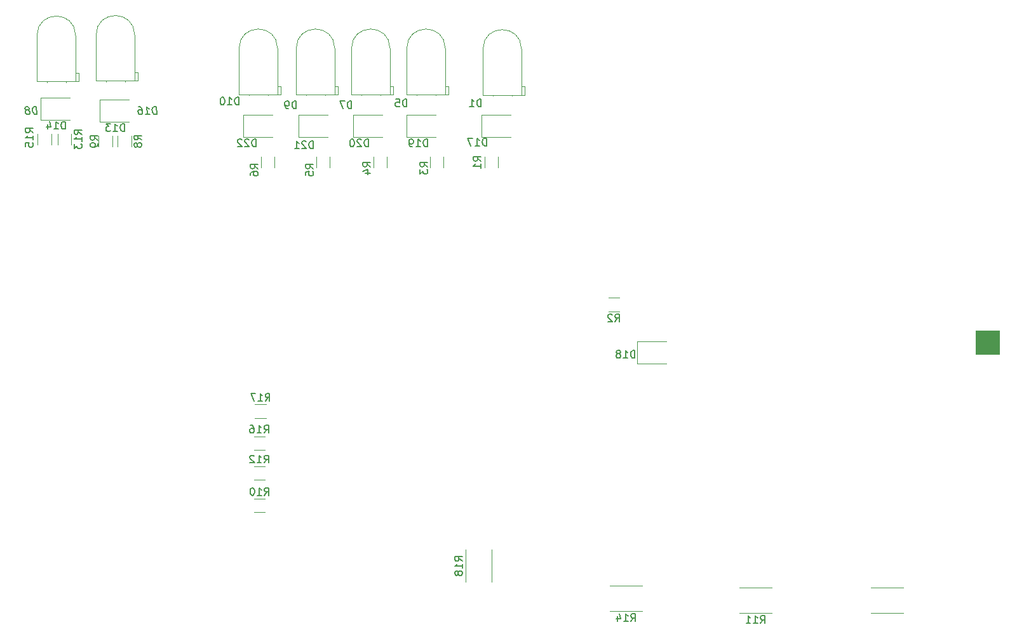
<source format=gbr>
%TF.GenerationSoftware,KiCad,Pcbnew,7.0.2*%
%TF.CreationDate,2024-03-07T12:51:37+05:30*%
%TF.ProjectId,helix2403,68656c69-7832-4343-9033-2e6b69636164,rev?*%
%TF.SameCoordinates,Original*%
%TF.FileFunction,Legend,Bot*%
%TF.FilePolarity,Positive*%
%FSLAX46Y46*%
G04 Gerber Fmt 4.6, Leading zero omitted, Abs format (unit mm)*
G04 Created by KiCad (PCBNEW 7.0.2) date 2024-03-07 12:51:37*
%MOMM*%
%LPD*%
G01*
G04 APERTURE LIST*
%ADD10C,0.150000*%
%ADD11C,0.120000*%
%ADD12R,3.200000X3.200000*%
G04 APERTURE END LIST*
D10*
%TO.C,R13*%
X79260819Y-51121742D02*
X78784628Y-50788409D01*
X79260819Y-50550314D02*
X78260819Y-50550314D01*
X78260819Y-50550314D02*
X78260819Y-50931266D01*
X78260819Y-50931266D02*
X78308438Y-51026504D01*
X78308438Y-51026504D02*
X78356057Y-51074123D01*
X78356057Y-51074123D02*
X78451295Y-51121742D01*
X78451295Y-51121742D02*
X78594152Y-51121742D01*
X78594152Y-51121742D02*
X78689390Y-51074123D01*
X78689390Y-51074123D02*
X78737009Y-51026504D01*
X78737009Y-51026504D02*
X78784628Y-50931266D01*
X78784628Y-50931266D02*
X78784628Y-50550314D01*
X79260819Y-52074123D02*
X79260819Y-51502695D01*
X79260819Y-51788409D02*
X78260819Y-51788409D01*
X78260819Y-51788409D02*
X78403676Y-51693171D01*
X78403676Y-51693171D02*
X78498914Y-51597933D01*
X78498914Y-51597933D02*
X78546533Y-51502695D01*
X78260819Y-52407457D02*
X78260819Y-53026504D01*
X78260819Y-53026504D02*
X78641771Y-52693171D01*
X78641771Y-52693171D02*
X78641771Y-52836028D01*
X78641771Y-52836028D02*
X78689390Y-52931266D01*
X78689390Y-52931266D02*
X78737009Y-52978885D01*
X78737009Y-52978885D02*
X78832247Y-53026504D01*
X78832247Y-53026504D02*
X79070342Y-53026504D01*
X79070342Y-53026504D02*
X79165580Y-52978885D01*
X79165580Y-52978885D02*
X79213200Y-52931266D01*
X79213200Y-52931266D02*
X79260819Y-52836028D01*
X79260819Y-52836028D02*
X79260819Y-52550314D01*
X79260819Y-52550314D02*
X79213200Y-52455076D01*
X79213200Y-52455076D02*
X79165580Y-52407457D01*
%TO.C,R15*%
X72792619Y-50919142D02*
X72316428Y-50585809D01*
X72792619Y-50347714D02*
X71792619Y-50347714D01*
X71792619Y-50347714D02*
X71792619Y-50728666D01*
X71792619Y-50728666D02*
X71840238Y-50823904D01*
X71840238Y-50823904D02*
X71887857Y-50871523D01*
X71887857Y-50871523D02*
X71983095Y-50919142D01*
X71983095Y-50919142D02*
X72125952Y-50919142D01*
X72125952Y-50919142D02*
X72221190Y-50871523D01*
X72221190Y-50871523D02*
X72268809Y-50823904D01*
X72268809Y-50823904D02*
X72316428Y-50728666D01*
X72316428Y-50728666D02*
X72316428Y-50347714D01*
X72792619Y-51871523D02*
X72792619Y-51300095D01*
X72792619Y-51585809D02*
X71792619Y-51585809D01*
X71792619Y-51585809D02*
X71935476Y-51490571D01*
X71935476Y-51490571D02*
X72030714Y-51395333D01*
X72030714Y-51395333D02*
X72078333Y-51300095D01*
X71792619Y-52776285D02*
X71792619Y-52300095D01*
X71792619Y-52300095D02*
X72268809Y-52252476D01*
X72268809Y-52252476D02*
X72221190Y-52300095D01*
X72221190Y-52300095D02*
X72173571Y-52395333D01*
X72173571Y-52395333D02*
X72173571Y-52633428D01*
X72173571Y-52633428D02*
X72221190Y-52728666D01*
X72221190Y-52728666D02*
X72268809Y-52776285D01*
X72268809Y-52776285D02*
X72364047Y-52823904D01*
X72364047Y-52823904D02*
X72602142Y-52823904D01*
X72602142Y-52823904D02*
X72697380Y-52776285D01*
X72697380Y-52776285D02*
X72745000Y-52728666D01*
X72745000Y-52728666D02*
X72792619Y-52633428D01*
X72792619Y-52633428D02*
X72792619Y-52395333D01*
X72792619Y-52395333D02*
X72745000Y-52300095D01*
X72745000Y-52300095D02*
X72697380Y-52252476D01*
%TO.C,D5*%
X122598094Y-47452619D02*
X122598094Y-46452619D01*
X122598094Y-46452619D02*
X122359999Y-46452619D01*
X122359999Y-46452619D02*
X122217142Y-46500238D01*
X122217142Y-46500238D02*
X122121904Y-46595476D01*
X122121904Y-46595476D02*
X122074285Y-46690714D01*
X122074285Y-46690714D02*
X122026666Y-46881190D01*
X122026666Y-46881190D02*
X122026666Y-47024047D01*
X122026666Y-47024047D02*
X122074285Y-47214523D01*
X122074285Y-47214523D02*
X122121904Y-47309761D01*
X122121904Y-47309761D02*
X122217142Y-47405000D01*
X122217142Y-47405000D02*
X122359999Y-47452619D01*
X122359999Y-47452619D02*
X122598094Y-47452619D01*
X121121904Y-46452619D02*
X121598094Y-46452619D01*
X121598094Y-46452619D02*
X121645713Y-46928809D01*
X121645713Y-46928809D02*
X121598094Y-46881190D01*
X121598094Y-46881190D02*
X121502856Y-46833571D01*
X121502856Y-46833571D02*
X121264761Y-46833571D01*
X121264761Y-46833571D02*
X121169523Y-46881190D01*
X121169523Y-46881190D02*
X121121904Y-46928809D01*
X121121904Y-46928809D02*
X121074285Y-47024047D01*
X121074285Y-47024047D02*
X121074285Y-47262142D01*
X121074285Y-47262142D02*
X121121904Y-47357380D01*
X121121904Y-47357380D02*
X121169523Y-47405000D01*
X121169523Y-47405000D02*
X121264761Y-47452619D01*
X121264761Y-47452619D02*
X121502856Y-47452619D01*
X121502856Y-47452619D02*
X121598094Y-47405000D01*
X121598094Y-47405000D02*
X121645713Y-47357380D01*
%TO.C,D19*%
X125360285Y-52786619D02*
X125360285Y-51786619D01*
X125360285Y-51786619D02*
X125122190Y-51786619D01*
X125122190Y-51786619D02*
X124979333Y-51834238D01*
X124979333Y-51834238D02*
X124884095Y-51929476D01*
X124884095Y-51929476D02*
X124836476Y-52024714D01*
X124836476Y-52024714D02*
X124788857Y-52215190D01*
X124788857Y-52215190D02*
X124788857Y-52358047D01*
X124788857Y-52358047D02*
X124836476Y-52548523D01*
X124836476Y-52548523D02*
X124884095Y-52643761D01*
X124884095Y-52643761D02*
X124979333Y-52739000D01*
X124979333Y-52739000D02*
X125122190Y-52786619D01*
X125122190Y-52786619D02*
X125360285Y-52786619D01*
X123836476Y-52786619D02*
X124407904Y-52786619D01*
X124122190Y-52786619D02*
X124122190Y-51786619D01*
X124122190Y-51786619D02*
X124217428Y-51929476D01*
X124217428Y-51929476D02*
X124312666Y-52024714D01*
X124312666Y-52024714D02*
X124407904Y-52072333D01*
X123360285Y-52786619D02*
X123169809Y-52786619D01*
X123169809Y-52786619D02*
X123074571Y-52739000D01*
X123074571Y-52739000D02*
X123026952Y-52691380D01*
X123026952Y-52691380D02*
X122931714Y-52548523D01*
X122931714Y-52548523D02*
X122884095Y-52358047D01*
X122884095Y-52358047D02*
X122884095Y-51977095D01*
X122884095Y-51977095D02*
X122931714Y-51881857D01*
X122931714Y-51881857D02*
X122979333Y-51834238D01*
X122979333Y-51834238D02*
X123074571Y-51786619D01*
X123074571Y-51786619D02*
X123265047Y-51786619D01*
X123265047Y-51786619D02*
X123360285Y-51834238D01*
X123360285Y-51834238D02*
X123407904Y-51881857D01*
X123407904Y-51881857D02*
X123455523Y-51977095D01*
X123455523Y-51977095D02*
X123455523Y-52215190D01*
X123455523Y-52215190D02*
X123407904Y-52310428D01*
X123407904Y-52310428D02*
X123360285Y-52358047D01*
X123360285Y-52358047D02*
X123265047Y-52405666D01*
X123265047Y-52405666D02*
X123074571Y-52405666D01*
X123074571Y-52405666D02*
X122979333Y-52358047D01*
X122979333Y-52358047D02*
X122931714Y-52310428D01*
X122931714Y-52310428D02*
X122884095Y-52215190D01*
%TO.C,R5*%
X110130619Y-55713333D02*
X109654428Y-55380000D01*
X110130619Y-55141905D02*
X109130619Y-55141905D01*
X109130619Y-55141905D02*
X109130619Y-55522857D01*
X109130619Y-55522857D02*
X109178238Y-55618095D01*
X109178238Y-55618095D02*
X109225857Y-55665714D01*
X109225857Y-55665714D02*
X109321095Y-55713333D01*
X109321095Y-55713333D02*
X109463952Y-55713333D01*
X109463952Y-55713333D02*
X109559190Y-55665714D01*
X109559190Y-55665714D02*
X109606809Y-55618095D01*
X109606809Y-55618095D02*
X109654428Y-55522857D01*
X109654428Y-55522857D02*
X109654428Y-55141905D01*
X109130619Y-56618095D02*
X109130619Y-56141905D01*
X109130619Y-56141905D02*
X109606809Y-56094286D01*
X109606809Y-56094286D02*
X109559190Y-56141905D01*
X109559190Y-56141905D02*
X109511571Y-56237143D01*
X109511571Y-56237143D02*
X109511571Y-56475238D01*
X109511571Y-56475238D02*
X109559190Y-56570476D01*
X109559190Y-56570476D02*
X109606809Y-56618095D01*
X109606809Y-56618095D02*
X109702047Y-56665714D01*
X109702047Y-56665714D02*
X109940142Y-56665714D01*
X109940142Y-56665714D02*
X110035380Y-56618095D01*
X110035380Y-56618095D02*
X110083000Y-56570476D01*
X110083000Y-56570476D02*
X110130619Y-56475238D01*
X110130619Y-56475238D02*
X110130619Y-56237143D01*
X110130619Y-56237143D02*
X110083000Y-56141905D01*
X110083000Y-56141905D02*
X110035380Y-56094286D01*
%TO.C,D20*%
X117486285Y-52786619D02*
X117486285Y-51786619D01*
X117486285Y-51786619D02*
X117248190Y-51786619D01*
X117248190Y-51786619D02*
X117105333Y-51834238D01*
X117105333Y-51834238D02*
X117010095Y-51929476D01*
X117010095Y-51929476D02*
X116962476Y-52024714D01*
X116962476Y-52024714D02*
X116914857Y-52215190D01*
X116914857Y-52215190D02*
X116914857Y-52358047D01*
X116914857Y-52358047D02*
X116962476Y-52548523D01*
X116962476Y-52548523D02*
X117010095Y-52643761D01*
X117010095Y-52643761D02*
X117105333Y-52739000D01*
X117105333Y-52739000D02*
X117248190Y-52786619D01*
X117248190Y-52786619D02*
X117486285Y-52786619D01*
X116533904Y-51881857D02*
X116486285Y-51834238D01*
X116486285Y-51834238D02*
X116391047Y-51786619D01*
X116391047Y-51786619D02*
X116152952Y-51786619D01*
X116152952Y-51786619D02*
X116057714Y-51834238D01*
X116057714Y-51834238D02*
X116010095Y-51881857D01*
X116010095Y-51881857D02*
X115962476Y-51977095D01*
X115962476Y-51977095D02*
X115962476Y-52072333D01*
X115962476Y-52072333D02*
X116010095Y-52215190D01*
X116010095Y-52215190D02*
X116581523Y-52786619D01*
X116581523Y-52786619D02*
X115962476Y-52786619D01*
X115343428Y-51786619D02*
X115248190Y-51786619D01*
X115248190Y-51786619D02*
X115152952Y-51834238D01*
X115152952Y-51834238D02*
X115105333Y-51881857D01*
X115105333Y-51881857D02*
X115057714Y-51977095D01*
X115057714Y-51977095D02*
X115010095Y-52167571D01*
X115010095Y-52167571D02*
X115010095Y-52405666D01*
X115010095Y-52405666D02*
X115057714Y-52596142D01*
X115057714Y-52596142D02*
X115105333Y-52691380D01*
X115105333Y-52691380D02*
X115152952Y-52739000D01*
X115152952Y-52739000D02*
X115248190Y-52786619D01*
X115248190Y-52786619D02*
X115343428Y-52786619D01*
X115343428Y-52786619D02*
X115438666Y-52739000D01*
X115438666Y-52739000D02*
X115486285Y-52691380D01*
X115486285Y-52691380D02*
X115533904Y-52596142D01*
X115533904Y-52596142D02*
X115581523Y-52405666D01*
X115581523Y-52405666D02*
X115581523Y-52167571D01*
X115581523Y-52167571D02*
X115533904Y-51977095D01*
X115533904Y-51977095D02*
X115486285Y-51881857D01*
X115486285Y-51881857D02*
X115438666Y-51834238D01*
X115438666Y-51834238D02*
X115343428Y-51786619D01*
%TO.C,D8*%
X73322095Y-48468619D02*
X73197095Y-47468619D01*
X73197095Y-47468619D02*
X72958999Y-47468619D01*
X72958999Y-47468619D02*
X72822095Y-47516238D01*
X72822095Y-47516238D02*
X72738761Y-47611476D01*
X72738761Y-47611476D02*
X72703047Y-47706714D01*
X72703047Y-47706714D02*
X72679238Y-47897190D01*
X72679238Y-47897190D02*
X72697095Y-48040047D01*
X72697095Y-48040047D02*
X72768523Y-48230523D01*
X72768523Y-48230523D02*
X72828047Y-48325761D01*
X72828047Y-48325761D02*
X72935190Y-48421000D01*
X72935190Y-48421000D02*
X73083999Y-48468619D01*
X73083999Y-48468619D02*
X73322095Y-48468619D01*
X72113761Y-47897190D02*
X72203047Y-47849571D01*
X72203047Y-47849571D02*
X72244713Y-47801952D01*
X72244713Y-47801952D02*
X72280428Y-47706714D01*
X72280428Y-47706714D02*
X72274475Y-47659095D01*
X72274475Y-47659095D02*
X72214951Y-47563857D01*
X72214951Y-47563857D02*
X72161380Y-47516238D01*
X72161380Y-47516238D02*
X72060190Y-47468619D01*
X72060190Y-47468619D02*
X71869713Y-47468619D01*
X71869713Y-47468619D02*
X71780428Y-47516238D01*
X71780428Y-47516238D02*
X71738761Y-47563857D01*
X71738761Y-47563857D02*
X71703047Y-47659095D01*
X71703047Y-47659095D02*
X71708999Y-47706714D01*
X71708999Y-47706714D02*
X71768523Y-47801952D01*
X71768523Y-47801952D02*
X71822094Y-47849571D01*
X71822094Y-47849571D02*
X71923285Y-47897190D01*
X71923285Y-47897190D02*
X72113761Y-47897190D01*
X72113761Y-47897190D02*
X72214951Y-47944809D01*
X72214951Y-47944809D02*
X72268523Y-47992428D01*
X72268523Y-47992428D02*
X72328047Y-48087666D01*
X72328047Y-48087666D02*
X72351856Y-48278142D01*
X72351856Y-48278142D02*
X72316142Y-48373380D01*
X72316142Y-48373380D02*
X72274475Y-48421000D01*
X72274475Y-48421000D02*
X72185190Y-48468619D01*
X72185190Y-48468619D02*
X71994713Y-48468619D01*
X71994713Y-48468619D02*
X71893523Y-48421000D01*
X71893523Y-48421000D02*
X71839951Y-48373380D01*
X71839951Y-48373380D02*
X71780428Y-48278142D01*
X71780428Y-48278142D02*
X71756618Y-48087666D01*
X71756618Y-48087666D02*
X71792332Y-47992428D01*
X71792332Y-47992428D02*
X71833999Y-47944809D01*
X71833999Y-47944809D02*
X71923285Y-47897190D01*
%TO.C,D10*%
X100214285Y-47198619D02*
X100214285Y-46198619D01*
X100214285Y-46198619D02*
X99976190Y-46198619D01*
X99976190Y-46198619D02*
X99833333Y-46246238D01*
X99833333Y-46246238D02*
X99738095Y-46341476D01*
X99738095Y-46341476D02*
X99690476Y-46436714D01*
X99690476Y-46436714D02*
X99642857Y-46627190D01*
X99642857Y-46627190D02*
X99642857Y-46770047D01*
X99642857Y-46770047D02*
X99690476Y-46960523D01*
X99690476Y-46960523D02*
X99738095Y-47055761D01*
X99738095Y-47055761D02*
X99833333Y-47151000D01*
X99833333Y-47151000D02*
X99976190Y-47198619D01*
X99976190Y-47198619D02*
X100214285Y-47198619D01*
X98690476Y-47198619D02*
X99261904Y-47198619D01*
X98976190Y-47198619D02*
X98976190Y-46198619D01*
X98976190Y-46198619D02*
X99071428Y-46341476D01*
X99071428Y-46341476D02*
X99166666Y-46436714D01*
X99166666Y-46436714D02*
X99261904Y-46484333D01*
X98071428Y-46198619D02*
X97976190Y-46198619D01*
X97976190Y-46198619D02*
X97880952Y-46246238D01*
X97880952Y-46246238D02*
X97833333Y-46293857D01*
X97833333Y-46293857D02*
X97785714Y-46389095D01*
X97785714Y-46389095D02*
X97738095Y-46579571D01*
X97738095Y-46579571D02*
X97738095Y-46817666D01*
X97738095Y-46817666D02*
X97785714Y-47008142D01*
X97785714Y-47008142D02*
X97833333Y-47103380D01*
X97833333Y-47103380D02*
X97880952Y-47151000D01*
X97880952Y-47151000D02*
X97976190Y-47198619D01*
X97976190Y-47198619D02*
X98071428Y-47198619D01*
X98071428Y-47198619D02*
X98166666Y-47151000D01*
X98166666Y-47151000D02*
X98214285Y-47103380D01*
X98214285Y-47103380D02*
X98261904Y-47008142D01*
X98261904Y-47008142D02*
X98309523Y-46817666D01*
X98309523Y-46817666D02*
X98309523Y-46579571D01*
X98309523Y-46579571D02*
X98261904Y-46389095D01*
X98261904Y-46389095D02*
X98214285Y-46293857D01*
X98214285Y-46293857D02*
X98166666Y-46246238D01*
X98166666Y-46246238D02*
X98071428Y-46198619D01*
%TO.C,D1*%
X132504094Y-47452619D02*
X132504094Y-46452619D01*
X132504094Y-46452619D02*
X132265999Y-46452619D01*
X132265999Y-46452619D02*
X132123142Y-46500238D01*
X132123142Y-46500238D02*
X132027904Y-46595476D01*
X132027904Y-46595476D02*
X131980285Y-46690714D01*
X131980285Y-46690714D02*
X131932666Y-46881190D01*
X131932666Y-46881190D02*
X131932666Y-47024047D01*
X131932666Y-47024047D02*
X131980285Y-47214523D01*
X131980285Y-47214523D02*
X132027904Y-47309761D01*
X132027904Y-47309761D02*
X132123142Y-47405000D01*
X132123142Y-47405000D02*
X132265999Y-47452619D01*
X132265999Y-47452619D02*
X132504094Y-47452619D01*
X130980285Y-47452619D02*
X131551713Y-47452619D01*
X131265999Y-47452619D02*
X131265999Y-46452619D01*
X131265999Y-46452619D02*
X131361237Y-46595476D01*
X131361237Y-46595476D02*
X131456475Y-46690714D01*
X131456475Y-46690714D02*
X131551713Y-46738333D01*
%TO.C,R3*%
X125370619Y-55459333D02*
X124894428Y-55126000D01*
X125370619Y-54887905D02*
X124370619Y-54887905D01*
X124370619Y-54887905D02*
X124370619Y-55268857D01*
X124370619Y-55268857D02*
X124418238Y-55364095D01*
X124418238Y-55364095D02*
X124465857Y-55411714D01*
X124465857Y-55411714D02*
X124561095Y-55459333D01*
X124561095Y-55459333D02*
X124703952Y-55459333D01*
X124703952Y-55459333D02*
X124799190Y-55411714D01*
X124799190Y-55411714D02*
X124846809Y-55364095D01*
X124846809Y-55364095D02*
X124894428Y-55268857D01*
X124894428Y-55268857D02*
X124894428Y-54887905D01*
X124370619Y-55792667D02*
X124370619Y-56411714D01*
X124370619Y-56411714D02*
X124751571Y-56078381D01*
X124751571Y-56078381D02*
X124751571Y-56221238D01*
X124751571Y-56221238D02*
X124799190Y-56316476D01*
X124799190Y-56316476D02*
X124846809Y-56364095D01*
X124846809Y-56364095D02*
X124942047Y-56411714D01*
X124942047Y-56411714D02*
X125180142Y-56411714D01*
X125180142Y-56411714D02*
X125275380Y-56364095D01*
X125275380Y-56364095D02*
X125323000Y-56316476D01*
X125323000Y-56316476D02*
X125370619Y-56221238D01*
X125370619Y-56221238D02*
X125370619Y-55935524D01*
X125370619Y-55935524D02*
X125323000Y-55840286D01*
X125323000Y-55840286D02*
X125275380Y-55792667D01*
%TO.C,R17*%
X103732257Y-86704419D02*
X104065590Y-86228228D01*
X104303685Y-86704419D02*
X104303685Y-85704419D01*
X104303685Y-85704419D02*
X103922733Y-85704419D01*
X103922733Y-85704419D02*
X103827495Y-85752038D01*
X103827495Y-85752038D02*
X103779876Y-85799657D01*
X103779876Y-85799657D02*
X103732257Y-85894895D01*
X103732257Y-85894895D02*
X103732257Y-86037752D01*
X103732257Y-86037752D02*
X103779876Y-86132990D01*
X103779876Y-86132990D02*
X103827495Y-86180609D01*
X103827495Y-86180609D02*
X103922733Y-86228228D01*
X103922733Y-86228228D02*
X104303685Y-86228228D01*
X102779876Y-86704419D02*
X103351304Y-86704419D01*
X103065590Y-86704419D02*
X103065590Y-85704419D01*
X103065590Y-85704419D02*
X103160828Y-85847276D01*
X103160828Y-85847276D02*
X103256066Y-85942514D01*
X103256066Y-85942514D02*
X103351304Y-85990133D01*
X102446542Y-85704419D02*
X101779876Y-85704419D01*
X101779876Y-85704419D02*
X102208447Y-86704419D01*
%TO.C,D9*%
X107866094Y-47706619D02*
X107866094Y-46706619D01*
X107866094Y-46706619D02*
X107627999Y-46706619D01*
X107627999Y-46706619D02*
X107485142Y-46754238D01*
X107485142Y-46754238D02*
X107389904Y-46849476D01*
X107389904Y-46849476D02*
X107342285Y-46944714D01*
X107342285Y-46944714D02*
X107294666Y-47135190D01*
X107294666Y-47135190D02*
X107294666Y-47278047D01*
X107294666Y-47278047D02*
X107342285Y-47468523D01*
X107342285Y-47468523D02*
X107389904Y-47563761D01*
X107389904Y-47563761D02*
X107485142Y-47659000D01*
X107485142Y-47659000D02*
X107627999Y-47706619D01*
X107627999Y-47706619D02*
X107866094Y-47706619D01*
X106818475Y-47706619D02*
X106627999Y-47706619D01*
X106627999Y-47706619D02*
X106532761Y-47659000D01*
X106532761Y-47659000D02*
X106485142Y-47611380D01*
X106485142Y-47611380D02*
X106389904Y-47468523D01*
X106389904Y-47468523D02*
X106342285Y-47278047D01*
X106342285Y-47278047D02*
X106342285Y-46897095D01*
X106342285Y-46897095D02*
X106389904Y-46801857D01*
X106389904Y-46801857D02*
X106437523Y-46754238D01*
X106437523Y-46754238D02*
X106532761Y-46706619D01*
X106532761Y-46706619D02*
X106723237Y-46706619D01*
X106723237Y-46706619D02*
X106818475Y-46754238D01*
X106818475Y-46754238D02*
X106866094Y-46801857D01*
X106866094Y-46801857D02*
X106913713Y-46897095D01*
X106913713Y-46897095D02*
X106913713Y-47135190D01*
X106913713Y-47135190D02*
X106866094Y-47230428D01*
X106866094Y-47230428D02*
X106818475Y-47278047D01*
X106818475Y-47278047D02*
X106723237Y-47325666D01*
X106723237Y-47325666D02*
X106532761Y-47325666D01*
X106532761Y-47325666D02*
X106437523Y-47278047D01*
X106437523Y-47278047D02*
X106389904Y-47230428D01*
X106389904Y-47230428D02*
X106342285Y-47135190D01*
%TO.C,D18*%
X152994285Y-80980619D02*
X152994285Y-79980619D01*
X152994285Y-79980619D02*
X152756190Y-79980619D01*
X152756190Y-79980619D02*
X152613333Y-80028238D01*
X152613333Y-80028238D02*
X152518095Y-80123476D01*
X152518095Y-80123476D02*
X152470476Y-80218714D01*
X152470476Y-80218714D02*
X152422857Y-80409190D01*
X152422857Y-80409190D02*
X152422857Y-80552047D01*
X152422857Y-80552047D02*
X152470476Y-80742523D01*
X152470476Y-80742523D02*
X152518095Y-80837761D01*
X152518095Y-80837761D02*
X152613333Y-80933000D01*
X152613333Y-80933000D02*
X152756190Y-80980619D01*
X152756190Y-80980619D02*
X152994285Y-80980619D01*
X151470476Y-80980619D02*
X152041904Y-80980619D01*
X151756190Y-80980619D02*
X151756190Y-79980619D01*
X151756190Y-79980619D02*
X151851428Y-80123476D01*
X151851428Y-80123476D02*
X151946666Y-80218714D01*
X151946666Y-80218714D02*
X152041904Y-80266333D01*
X150899047Y-80409190D02*
X150994285Y-80361571D01*
X150994285Y-80361571D02*
X151041904Y-80313952D01*
X151041904Y-80313952D02*
X151089523Y-80218714D01*
X151089523Y-80218714D02*
X151089523Y-80171095D01*
X151089523Y-80171095D02*
X151041904Y-80075857D01*
X151041904Y-80075857D02*
X150994285Y-80028238D01*
X150994285Y-80028238D02*
X150899047Y-79980619D01*
X150899047Y-79980619D02*
X150708571Y-79980619D01*
X150708571Y-79980619D02*
X150613333Y-80028238D01*
X150613333Y-80028238D02*
X150565714Y-80075857D01*
X150565714Y-80075857D02*
X150518095Y-80171095D01*
X150518095Y-80171095D02*
X150518095Y-80218714D01*
X150518095Y-80218714D02*
X150565714Y-80313952D01*
X150565714Y-80313952D02*
X150613333Y-80361571D01*
X150613333Y-80361571D02*
X150708571Y-80409190D01*
X150708571Y-80409190D02*
X150899047Y-80409190D01*
X150899047Y-80409190D02*
X150994285Y-80456809D01*
X150994285Y-80456809D02*
X151041904Y-80504428D01*
X151041904Y-80504428D02*
X151089523Y-80599666D01*
X151089523Y-80599666D02*
X151089523Y-80790142D01*
X151089523Y-80790142D02*
X151041904Y-80885380D01*
X151041904Y-80885380D02*
X150994285Y-80933000D01*
X150994285Y-80933000D02*
X150899047Y-80980619D01*
X150899047Y-80980619D02*
X150708571Y-80980619D01*
X150708571Y-80980619D02*
X150613333Y-80933000D01*
X150613333Y-80933000D02*
X150565714Y-80885380D01*
X150565714Y-80885380D02*
X150518095Y-80790142D01*
X150518095Y-80790142D02*
X150518095Y-80599666D01*
X150518095Y-80599666D02*
X150565714Y-80504428D01*
X150565714Y-80504428D02*
X150613333Y-80456809D01*
X150613333Y-80456809D02*
X150708571Y-80409190D01*
%TO.C,R16*%
X103579857Y-90977219D02*
X103913190Y-90501028D01*
X104151285Y-90977219D02*
X104151285Y-89977219D01*
X104151285Y-89977219D02*
X103770333Y-89977219D01*
X103770333Y-89977219D02*
X103675095Y-90024838D01*
X103675095Y-90024838D02*
X103627476Y-90072457D01*
X103627476Y-90072457D02*
X103579857Y-90167695D01*
X103579857Y-90167695D02*
X103579857Y-90310552D01*
X103579857Y-90310552D02*
X103627476Y-90405790D01*
X103627476Y-90405790D02*
X103675095Y-90453409D01*
X103675095Y-90453409D02*
X103770333Y-90501028D01*
X103770333Y-90501028D02*
X104151285Y-90501028D01*
X102627476Y-90977219D02*
X103198904Y-90977219D01*
X102913190Y-90977219D02*
X102913190Y-89977219D01*
X102913190Y-89977219D02*
X103008428Y-90120076D01*
X103008428Y-90120076D02*
X103103666Y-90215314D01*
X103103666Y-90215314D02*
X103198904Y-90262933D01*
X101770333Y-89977219D02*
X101960809Y-89977219D01*
X101960809Y-89977219D02*
X102056047Y-90024838D01*
X102056047Y-90024838D02*
X102103666Y-90072457D01*
X102103666Y-90072457D02*
X102198904Y-90215314D01*
X102198904Y-90215314D02*
X102246523Y-90405790D01*
X102246523Y-90405790D02*
X102246523Y-90786742D01*
X102246523Y-90786742D02*
X102198904Y-90881980D01*
X102198904Y-90881980D02*
X102151285Y-90929600D01*
X102151285Y-90929600D02*
X102056047Y-90977219D01*
X102056047Y-90977219D02*
X101865571Y-90977219D01*
X101865571Y-90977219D02*
X101770333Y-90929600D01*
X101770333Y-90929600D02*
X101722714Y-90881980D01*
X101722714Y-90881980D02*
X101675095Y-90786742D01*
X101675095Y-90786742D02*
X101675095Y-90548647D01*
X101675095Y-90548647D02*
X101722714Y-90453409D01*
X101722714Y-90453409D02*
X101770333Y-90405790D01*
X101770333Y-90405790D02*
X101865571Y-90358171D01*
X101865571Y-90358171D02*
X102056047Y-90358171D01*
X102056047Y-90358171D02*
X102151285Y-90405790D01*
X102151285Y-90405790D02*
X102198904Y-90453409D01*
X102198904Y-90453409D02*
X102246523Y-90548647D01*
%TO.C,D13*%
X84969285Y-50719119D02*
X84969285Y-49719119D01*
X84969285Y-49719119D02*
X84731190Y-49719119D01*
X84731190Y-49719119D02*
X84588333Y-49766738D01*
X84588333Y-49766738D02*
X84493095Y-49861976D01*
X84493095Y-49861976D02*
X84445476Y-49957214D01*
X84445476Y-49957214D02*
X84397857Y-50147690D01*
X84397857Y-50147690D02*
X84397857Y-50290547D01*
X84397857Y-50290547D02*
X84445476Y-50481023D01*
X84445476Y-50481023D02*
X84493095Y-50576261D01*
X84493095Y-50576261D02*
X84588333Y-50671500D01*
X84588333Y-50671500D02*
X84731190Y-50719119D01*
X84731190Y-50719119D02*
X84969285Y-50719119D01*
X83445476Y-50719119D02*
X84016904Y-50719119D01*
X83731190Y-50719119D02*
X83731190Y-49719119D01*
X83731190Y-49719119D02*
X83826428Y-49861976D01*
X83826428Y-49861976D02*
X83921666Y-49957214D01*
X83921666Y-49957214D02*
X84016904Y-50004833D01*
X83112142Y-49719119D02*
X82493095Y-49719119D01*
X82493095Y-49719119D02*
X82826428Y-50100071D01*
X82826428Y-50100071D02*
X82683571Y-50100071D01*
X82683571Y-50100071D02*
X82588333Y-50147690D01*
X82588333Y-50147690D02*
X82540714Y-50195309D01*
X82540714Y-50195309D02*
X82493095Y-50290547D01*
X82493095Y-50290547D02*
X82493095Y-50528642D01*
X82493095Y-50528642D02*
X82540714Y-50623880D01*
X82540714Y-50623880D02*
X82588333Y-50671500D01*
X82588333Y-50671500D02*
X82683571Y-50719119D01*
X82683571Y-50719119D02*
X82969285Y-50719119D01*
X82969285Y-50719119D02*
X83064523Y-50671500D01*
X83064523Y-50671500D02*
X83112142Y-50623880D01*
%TO.C,D16*%
X89289310Y-48468619D02*
X89164310Y-47468619D01*
X89164310Y-47468619D02*
X88926214Y-47468619D01*
X88926214Y-47468619D02*
X88789310Y-47516238D01*
X88789310Y-47516238D02*
X88705976Y-47611476D01*
X88705976Y-47611476D02*
X88670262Y-47706714D01*
X88670262Y-47706714D02*
X88646453Y-47897190D01*
X88646453Y-47897190D02*
X88664310Y-48040047D01*
X88664310Y-48040047D02*
X88735738Y-48230523D01*
X88735738Y-48230523D02*
X88795262Y-48325761D01*
X88795262Y-48325761D02*
X88902405Y-48421000D01*
X88902405Y-48421000D02*
X89051214Y-48468619D01*
X89051214Y-48468619D02*
X89289310Y-48468619D01*
X87771452Y-48468619D02*
X88342881Y-48468619D01*
X88057166Y-48468619D02*
X87932166Y-47468619D01*
X87932166Y-47468619D02*
X88045262Y-47611476D01*
X88045262Y-47611476D02*
X88152405Y-47706714D01*
X88152405Y-47706714D02*
X88253595Y-47754333D01*
X86795261Y-47468619D02*
X86985737Y-47468619D01*
X86985737Y-47468619D02*
X87086928Y-47516238D01*
X87086928Y-47516238D02*
X87140499Y-47563857D01*
X87140499Y-47563857D02*
X87253595Y-47706714D01*
X87253595Y-47706714D02*
X87325023Y-47897190D01*
X87325023Y-47897190D02*
X87372642Y-48278142D01*
X87372642Y-48278142D02*
X87336928Y-48373380D01*
X87336928Y-48373380D02*
X87295261Y-48421000D01*
X87295261Y-48421000D02*
X87205976Y-48468619D01*
X87205976Y-48468619D02*
X87015499Y-48468619D01*
X87015499Y-48468619D02*
X86914309Y-48421000D01*
X86914309Y-48421000D02*
X86860737Y-48373380D01*
X86860737Y-48373380D02*
X86801214Y-48278142D01*
X86801214Y-48278142D02*
X86771452Y-48040047D01*
X86771452Y-48040047D02*
X86807166Y-47944809D01*
X86807166Y-47944809D02*
X86848833Y-47897190D01*
X86848833Y-47897190D02*
X86938118Y-47849571D01*
X86938118Y-47849571D02*
X87128595Y-47849571D01*
X87128595Y-47849571D02*
X87229785Y-47897190D01*
X87229785Y-47897190D02*
X87283356Y-47944809D01*
X87283356Y-47944809D02*
X87342880Y-48040047D01*
%TO.C,D22*%
X102500285Y-52786619D02*
X102500285Y-51786619D01*
X102500285Y-51786619D02*
X102262190Y-51786619D01*
X102262190Y-51786619D02*
X102119333Y-51834238D01*
X102119333Y-51834238D02*
X102024095Y-51929476D01*
X102024095Y-51929476D02*
X101976476Y-52024714D01*
X101976476Y-52024714D02*
X101928857Y-52215190D01*
X101928857Y-52215190D02*
X101928857Y-52358047D01*
X101928857Y-52358047D02*
X101976476Y-52548523D01*
X101976476Y-52548523D02*
X102024095Y-52643761D01*
X102024095Y-52643761D02*
X102119333Y-52739000D01*
X102119333Y-52739000D02*
X102262190Y-52786619D01*
X102262190Y-52786619D02*
X102500285Y-52786619D01*
X101547904Y-51881857D02*
X101500285Y-51834238D01*
X101500285Y-51834238D02*
X101405047Y-51786619D01*
X101405047Y-51786619D02*
X101166952Y-51786619D01*
X101166952Y-51786619D02*
X101071714Y-51834238D01*
X101071714Y-51834238D02*
X101024095Y-51881857D01*
X101024095Y-51881857D02*
X100976476Y-51977095D01*
X100976476Y-51977095D02*
X100976476Y-52072333D01*
X100976476Y-52072333D02*
X101024095Y-52215190D01*
X101024095Y-52215190D02*
X101595523Y-52786619D01*
X101595523Y-52786619D02*
X100976476Y-52786619D01*
X100595523Y-51881857D02*
X100547904Y-51834238D01*
X100547904Y-51834238D02*
X100452666Y-51786619D01*
X100452666Y-51786619D02*
X100214571Y-51786619D01*
X100214571Y-51786619D02*
X100119333Y-51834238D01*
X100119333Y-51834238D02*
X100071714Y-51881857D01*
X100071714Y-51881857D02*
X100024095Y-51977095D01*
X100024095Y-51977095D02*
X100024095Y-52072333D01*
X100024095Y-52072333D02*
X100071714Y-52215190D01*
X100071714Y-52215190D02*
X100643142Y-52786619D01*
X100643142Y-52786619D02*
X100024095Y-52786619D01*
%TO.C,R9*%
X81428619Y-51903333D02*
X80952428Y-51570000D01*
X81428619Y-51331905D02*
X80428619Y-51331905D01*
X80428619Y-51331905D02*
X80428619Y-51712857D01*
X80428619Y-51712857D02*
X80476238Y-51808095D01*
X80476238Y-51808095D02*
X80523857Y-51855714D01*
X80523857Y-51855714D02*
X80619095Y-51903333D01*
X80619095Y-51903333D02*
X80761952Y-51903333D01*
X80761952Y-51903333D02*
X80857190Y-51855714D01*
X80857190Y-51855714D02*
X80904809Y-51808095D01*
X80904809Y-51808095D02*
X80952428Y-51712857D01*
X80952428Y-51712857D02*
X80952428Y-51331905D01*
X81428619Y-52379524D02*
X81428619Y-52570000D01*
X81428619Y-52570000D02*
X81381000Y-52665238D01*
X81381000Y-52665238D02*
X81333380Y-52712857D01*
X81333380Y-52712857D02*
X81190523Y-52808095D01*
X81190523Y-52808095D02*
X81000047Y-52855714D01*
X81000047Y-52855714D02*
X80619095Y-52855714D01*
X80619095Y-52855714D02*
X80523857Y-52808095D01*
X80523857Y-52808095D02*
X80476238Y-52760476D01*
X80476238Y-52760476D02*
X80428619Y-52665238D01*
X80428619Y-52665238D02*
X80428619Y-52474762D01*
X80428619Y-52474762D02*
X80476238Y-52379524D01*
X80476238Y-52379524D02*
X80523857Y-52331905D01*
X80523857Y-52331905D02*
X80619095Y-52284286D01*
X80619095Y-52284286D02*
X80857190Y-52284286D01*
X80857190Y-52284286D02*
X80952428Y-52331905D01*
X80952428Y-52331905D02*
X81000047Y-52379524D01*
X81000047Y-52379524D02*
X81047666Y-52474762D01*
X81047666Y-52474762D02*
X81047666Y-52665238D01*
X81047666Y-52665238D02*
X81000047Y-52760476D01*
X81000047Y-52760476D02*
X80952428Y-52808095D01*
X80952428Y-52808095D02*
X80857190Y-52855714D01*
%TO.C,R10*%
X103630657Y-99302819D02*
X103963990Y-98826628D01*
X104202085Y-99302819D02*
X104202085Y-98302819D01*
X104202085Y-98302819D02*
X103821133Y-98302819D01*
X103821133Y-98302819D02*
X103725895Y-98350438D01*
X103725895Y-98350438D02*
X103678276Y-98398057D01*
X103678276Y-98398057D02*
X103630657Y-98493295D01*
X103630657Y-98493295D02*
X103630657Y-98636152D01*
X103630657Y-98636152D02*
X103678276Y-98731390D01*
X103678276Y-98731390D02*
X103725895Y-98779009D01*
X103725895Y-98779009D02*
X103821133Y-98826628D01*
X103821133Y-98826628D02*
X104202085Y-98826628D01*
X102678276Y-99302819D02*
X103249704Y-99302819D01*
X102963990Y-99302819D02*
X102963990Y-98302819D01*
X102963990Y-98302819D02*
X103059228Y-98445676D01*
X103059228Y-98445676D02*
X103154466Y-98540914D01*
X103154466Y-98540914D02*
X103249704Y-98588533D01*
X102059228Y-98302819D02*
X101963990Y-98302819D01*
X101963990Y-98302819D02*
X101868752Y-98350438D01*
X101868752Y-98350438D02*
X101821133Y-98398057D01*
X101821133Y-98398057D02*
X101773514Y-98493295D01*
X101773514Y-98493295D02*
X101725895Y-98683771D01*
X101725895Y-98683771D02*
X101725895Y-98921866D01*
X101725895Y-98921866D02*
X101773514Y-99112342D01*
X101773514Y-99112342D02*
X101821133Y-99207580D01*
X101821133Y-99207580D02*
X101868752Y-99255200D01*
X101868752Y-99255200D02*
X101963990Y-99302819D01*
X101963990Y-99302819D02*
X102059228Y-99302819D01*
X102059228Y-99302819D02*
X102154466Y-99255200D01*
X102154466Y-99255200D02*
X102202085Y-99207580D01*
X102202085Y-99207580D02*
X102249704Y-99112342D01*
X102249704Y-99112342D02*
X102297323Y-98921866D01*
X102297323Y-98921866D02*
X102297323Y-98683771D01*
X102297323Y-98683771D02*
X102249704Y-98493295D01*
X102249704Y-98493295D02*
X102202085Y-98398057D01*
X102202085Y-98398057D02*
X102154466Y-98350438D01*
X102154466Y-98350438D02*
X102059228Y-98302819D01*
%TO.C,R1*%
X132482619Y-54697333D02*
X132006428Y-54364000D01*
X132482619Y-54125905D02*
X131482619Y-54125905D01*
X131482619Y-54125905D02*
X131482619Y-54506857D01*
X131482619Y-54506857D02*
X131530238Y-54602095D01*
X131530238Y-54602095D02*
X131577857Y-54649714D01*
X131577857Y-54649714D02*
X131673095Y-54697333D01*
X131673095Y-54697333D02*
X131815952Y-54697333D01*
X131815952Y-54697333D02*
X131911190Y-54649714D01*
X131911190Y-54649714D02*
X131958809Y-54602095D01*
X131958809Y-54602095D02*
X132006428Y-54506857D01*
X132006428Y-54506857D02*
X132006428Y-54125905D01*
X132482619Y-55649714D02*
X132482619Y-55078286D01*
X132482619Y-55364000D02*
X131482619Y-55364000D01*
X131482619Y-55364000D02*
X131625476Y-55268762D01*
X131625476Y-55268762D02*
X131720714Y-55173524D01*
X131720714Y-55173524D02*
X131768333Y-55078286D01*
%TO.C,D14*%
X77095285Y-50439719D02*
X77095285Y-49439719D01*
X77095285Y-49439719D02*
X76857190Y-49439719D01*
X76857190Y-49439719D02*
X76714333Y-49487338D01*
X76714333Y-49487338D02*
X76619095Y-49582576D01*
X76619095Y-49582576D02*
X76571476Y-49677814D01*
X76571476Y-49677814D02*
X76523857Y-49868290D01*
X76523857Y-49868290D02*
X76523857Y-50011147D01*
X76523857Y-50011147D02*
X76571476Y-50201623D01*
X76571476Y-50201623D02*
X76619095Y-50296861D01*
X76619095Y-50296861D02*
X76714333Y-50392100D01*
X76714333Y-50392100D02*
X76857190Y-50439719D01*
X76857190Y-50439719D02*
X77095285Y-50439719D01*
X75571476Y-50439719D02*
X76142904Y-50439719D01*
X75857190Y-50439719D02*
X75857190Y-49439719D01*
X75857190Y-49439719D02*
X75952428Y-49582576D01*
X75952428Y-49582576D02*
X76047666Y-49677814D01*
X76047666Y-49677814D02*
X76142904Y-49725433D01*
X74714333Y-49773052D02*
X74714333Y-50439719D01*
X74952428Y-49392100D02*
X75190523Y-50106385D01*
X75190523Y-50106385D02*
X74571476Y-50106385D01*
%TO.C,D21*%
X110120285Y-53040619D02*
X110120285Y-52040619D01*
X110120285Y-52040619D02*
X109882190Y-52040619D01*
X109882190Y-52040619D02*
X109739333Y-52088238D01*
X109739333Y-52088238D02*
X109644095Y-52183476D01*
X109644095Y-52183476D02*
X109596476Y-52278714D01*
X109596476Y-52278714D02*
X109548857Y-52469190D01*
X109548857Y-52469190D02*
X109548857Y-52612047D01*
X109548857Y-52612047D02*
X109596476Y-52802523D01*
X109596476Y-52802523D02*
X109644095Y-52897761D01*
X109644095Y-52897761D02*
X109739333Y-52993000D01*
X109739333Y-52993000D02*
X109882190Y-53040619D01*
X109882190Y-53040619D02*
X110120285Y-53040619D01*
X109167904Y-52135857D02*
X109120285Y-52088238D01*
X109120285Y-52088238D02*
X109025047Y-52040619D01*
X109025047Y-52040619D02*
X108786952Y-52040619D01*
X108786952Y-52040619D02*
X108691714Y-52088238D01*
X108691714Y-52088238D02*
X108644095Y-52135857D01*
X108644095Y-52135857D02*
X108596476Y-52231095D01*
X108596476Y-52231095D02*
X108596476Y-52326333D01*
X108596476Y-52326333D02*
X108644095Y-52469190D01*
X108644095Y-52469190D02*
X109215523Y-53040619D01*
X109215523Y-53040619D02*
X108596476Y-53040619D01*
X107644095Y-53040619D02*
X108215523Y-53040619D01*
X107929809Y-53040619D02*
X107929809Y-52040619D01*
X107929809Y-52040619D02*
X108025047Y-52183476D01*
X108025047Y-52183476D02*
X108120285Y-52278714D01*
X108120285Y-52278714D02*
X108215523Y-52326333D01*
%TO.C,R18*%
X130015019Y-108069142D02*
X129538828Y-107735809D01*
X130015019Y-107497714D02*
X129015019Y-107497714D01*
X129015019Y-107497714D02*
X129015019Y-107878666D01*
X129015019Y-107878666D02*
X129062638Y-107973904D01*
X129062638Y-107973904D02*
X129110257Y-108021523D01*
X129110257Y-108021523D02*
X129205495Y-108069142D01*
X129205495Y-108069142D02*
X129348352Y-108069142D01*
X129348352Y-108069142D02*
X129443590Y-108021523D01*
X129443590Y-108021523D02*
X129491209Y-107973904D01*
X129491209Y-107973904D02*
X129538828Y-107878666D01*
X129538828Y-107878666D02*
X129538828Y-107497714D01*
X130015019Y-109021523D02*
X130015019Y-108450095D01*
X130015019Y-108735809D02*
X129015019Y-108735809D01*
X129015019Y-108735809D02*
X129157876Y-108640571D01*
X129157876Y-108640571D02*
X129253114Y-108545333D01*
X129253114Y-108545333D02*
X129300733Y-108450095D01*
X129443590Y-109592952D02*
X129395971Y-109497714D01*
X129395971Y-109497714D02*
X129348352Y-109450095D01*
X129348352Y-109450095D02*
X129253114Y-109402476D01*
X129253114Y-109402476D02*
X129205495Y-109402476D01*
X129205495Y-109402476D02*
X129110257Y-109450095D01*
X129110257Y-109450095D02*
X129062638Y-109497714D01*
X129062638Y-109497714D02*
X129015019Y-109592952D01*
X129015019Y-109592952D02*
X129015019Y-109783428D01*
X129015019Y-109783428D02*
X129062638Y-109878666D01*
X129062638Y-109878666D02*
X129110257Y-109926285D01*
X129110257Y-109926285D02*
X129205495Y-109973904D01*
X129205495Y-109973904D02*
X129253114Y-109973904D01*
X129253114Y-109973904D02*
X129348352Y-109926285D01*
X129348352Y-109926285D02*
X129395971Y-109878666D01*
X129395971Y-109878666D02*
X129443590Y-109783428D01*
X129443590Y-109783428D02*
X129443590Y-109592952D01*
X129443590Y-109592952D02*
X129491209Y-109497714D01*
X129491209Y-109497714D02*
X129538828Y-109450095D01*
X129538828Y-109450095D02*
X129634066Y-109402476D01*
X129634066Y-109402476D02*
X129824542Y-109402476D01*
X129824542Y-109402476D02*
X129919780Y-109450095D01*
X129919780Y-109450095D02*
X129967400Y-109497714D01*
X129967400Y-109497714D02*
X130015019Y-109592952D01*
X130015019Y-109592952D02*
X130015019Y-109783428D01*
X130015019Y-109783428D02*
X129967400Y-109878666D01*
X129967400Y-109878666D02*
X129919780Y-109926285D01*
X129919780Y-109926285D02*
X129824542Y-109973904D01*
X129824542Y-109973904D02*
X129634066Y-109973904D01*
X129634066Y-109973904D02*
X129538828Y-109926285D01*
X129538828Y-109926285D02*
X129491209Y-109878666D01*
X129491209Y-109878666D02*
X129443590Y-109783428D01*
%TO.C,R12*%
X103579857Y-94965019D02*
X103913190Y-94488828D01*
X104151285Y-94965019D02*
X104151285Y-93965019D01*
X104151285Y-93965019D02*
X103770333Y-93965019D01*
X103770333Y-93965019D02*
X103675095Y-94012638D01*
X103675095Y-94012638D02*
X103627476Y-94060257D01*
X103627476Y-94060257D02*
X103579857Y-94155495D01*
X103579857Y-94155495D02*
X103579857Y-94298352D01*
X103579857Y-94298352D02*
X103627476Y-94393590D01*
X103627476Y-94393590D02*
X103675095Y-94441209D01*
X103675095Y-94441209D02*
X103770333Y-94488828D01*
X103770333Y-94488828D02*
X104151285Y-94488828D01*
X102627476Y-94965019D02*
X103198904Y-94965019D01*
X102913190Y-94965019D02*
X102913190Y-93965019D01*
X102913190Y-93965019D02*
X103008428Y-94107876D01*
X103008428Y-94107876D02*
X103103666Y-94203114D01*
X103103666Y-94203114D02*
X103198904Y-94250733D01*
X102246523Y-94060257D02*
X102198904Y-94012638D01*
X102198904Y-94012638D02*
X102103666Y-93965019D01*
X102103666Y-93965019D02*
X101865571Y-93965019D01*
X101865571Y-93965019D02*
X101770333Y-94012638D01*
X101770333Y-94012638D02*
X101722714Y-94060257D01*
X101722714Y-94060257D02*
X101675095Y-94155495D01*
X101675095Y-94155495D02*
X101675095Y-94250733D01*
X101675095Y-94250733D02*
X101722714Y-94393590D01*
X101722714Y-94393590D02*
X102294142Y-94965019D01*
X102294142Y-94965019D02*
X101675095Y-94965019D01*
%TO.C,R6*%
X102764619Y-55713333D02*
X102288428Y-55380000D01*
X102764619Y-55141905D02*
X101764619Y-55141905D01*
X101764619Y-55141905D02*
X101764619Y-55522857D01*
X101764619Y-55522857D02*
X101812238Y-55618095D01*
X101812238Y-55618095D02*
X101859857Y-55665714D01*
X101859857Y-55665714D02*
X101955095Y-55713333D01*
X101955095Y-55713333D02*
X102097952Y-55713333D01*
X102097952Y-55713333D02*
X102193190Y-55665714D01*
X102193190Y-55665714D02*
X102240809Y-55618095D01*
X102240809Y-55618095D02*
X102288428Y-55522857D01*
X102288428Y-55522857D02*
X102288428Y-55141905D01*
X101764619Y-56570476D02*
X101764619Y-56380000D01*
X101764619Y-56380000D02*
X101812238Y-56284762D01*
X101812238Y-56284762D02*
X101859857Y-56237143D01*
X101859857Y-56237143D02*
X102002714Y-56141905D01*
X102002714Y-56141905D02*
X102193190Y-56094286D01*
X102193190Y-56094286D02*
X102574142Y-56094286D01*
X102574142Y-56094286D02*
X102669380Y-56141905D01*
X102669380Y-56141905D02*
X102717000Y-56189524D01*
X102717000Y-56189524D02*
X102764619Y-56284762D01*
X102764619Y-56284762D02*
X102764619Y-56475238D01*
X102764619Y-56475238D02*
X102717000Y-56570476D01*
X102717000Y-56570476D02*
X102669380Y-56618095D01*
X102669380Y-56618095D02*
X102574142Y-56665714D01*
X102574142Y-56665714D02*
X102336047Y-56665714D01*
X102336047Y-56665714D02*
X102240809Y-56618095D01*
X102240809Y-56618095D02*
X102193190Y-56570476D01*
X102193190Y-56570476D02*
X102145571Y-56475238D01*
X102145571Y-56475238D02*
X102145571Y-56284762D01*
X102145571Y-56284762D02*
X102193190Y-56189524D01*
X102193190Y-56189524D02*
X102240809Y-56141905D01*
X102240809Y-56141905D02*
X102336047Y-56094286D01*
%TO.C,R8*%
X87261819Y-51877333D02*
X86785628Y-51544000D01*
X87261819Y-51305905D02*
X86261819Y-51305905D01*
X86261819Y-51305905D02*
X86261819Y-51686857D01*
X86261819Y-51686857D02*
X86309438Y-51782095D01*
X86309438Y-51782095D02*
X86357057Y-51829714D01*
X86357057Y-51829714D02*
X86452295Y-51877333D01*
X86452295Y-51877333D02*
X86595152Y-51877333D01*
X86595152Y-51877333D02*
X86690390Y-51829714D01*
X86690390Y-51829714D02*
X86738009Y-51782095D01*
X86738009Y-51782095D02*
X86785628Y-51686857D01*
X86785628Y-51686857D02*
X86785628Y-51305905D01*
X86690390Y-52448762D02*
X86642771Y-52353524D01*
X86642771Y-52353524D02*
X86595152Y-52305905D01*
X86595152Y-52305905D02*
X86499914Y-52258286D01*
X86499914Y-52258286D02*
X86452295Y-52258286D01*
X86452295Y-52258286D02*
X86357057Y-52305905D01*
X86357057Y-52305905D02*
X86309438Y-52353524D01*
X86309438Y-52353524D02*
X86261819Y-52448762D01*
X86261819Y-52448762D02*
X86261819Y-52639238D01*
X86261819Y-52639238D02*
X86309438Y-52734476D01*
X86309438Y-52734476D02*
X86357057Y-52782095D01*
X86357057Y-52782095D02*
X86452295Y-52829714D01*
X86452295Y-52829714D02*
X86499914Y-52829714D01*
X86499914Y-52829714D02*
X86595152Y-52782095D01*
X86595152Y-52782095D02*
X86642771Y-52734476D01*
X86642771Y-52734476D02*
X86690390Y-52639238D01*
X86690390Y-52639238D02*
X86690390Y-52448762D01*
X86690390Y-52448762D02*
X86738009Y-52353524D01*
X86738009Y-52353524D02*
X86785628Y-52305905D01*
X86785628Y-52305905D02*
X86880866Y-52258286D01*
X86880866Y-52258286D02*
X87071342Y-52258286D01*
X87071342Y-52258286D02*
X87166580Y-52305905D01*
X87166580Y-52305905D02*
X87214200Y-52353524D01*
X87214200Y-52353524D02*
X87261819Y-52448762D01*
X87261819Y-52448762D02*
X87261819Y-52639238D01*
X87261819Y-52639238D02*
X87214200Y-52734476D01*
X87214200Y-52734476D02*
X87166580Y-52782095D01*
X87166580Y-52782095D02*
X87071342Y-52829714D01*
X87071342Y-52829714D02*
X86880866Y-52829714D01*
X86880866Y-52829714D02*
X86785628Y-52782095D01*
X86785628Y-52782095D02*
X86738009Y-52734476D01*
X86738009Y-52734476D02*
X86690390Y-52639238D01*
%TO.C,R11*%
X169744857Y-116366619D02*
X170078190Y-115890428D01*
X170316285Y-116366619D02*
X170316285Y-115366619D01*
X170316285Y-115366619D02*
X169935333Y-115366619D01*
X169935333Y-115366619D02*
X169840095Y-115414238D01*
X169840095Y-115414238D02*
X169792476Y-115461857D01*
X169792476Y-115461857D02*
X169744857Y-115557095D01*
X169744857Y-115557095D02*
X169744857Y-115699952D01*
X169744857Y-115699952D02*
X169792476Y-115795190D01*
X169792476Y-115795190D02*
X169840095Y-115842809D01*
X169840095Y-115842809D02*
X169935333Y-115890428D01*
X169935333Y-115890428D02*
X170316285Y-115890428D01*
X168792476Y-116366619D02*
X169363904Y-116366619D01*
X169078190Y-116366619D02*
X169078190Y-115366619D01*
X169078190Y-115366619D02*
X169173428Y-115509476D01*
X169173428Y-115509476D02*
X169268666Y-115604714D01*
X169268666Y-115604714D02*
X169363904Y-115652333D01*
X167840095Y-116366619D02*
X168411523Y-116366619D01*
X168125809Y-116366619D02*
X168125809Y-115366619D01*
X168125809Y-115366619D02*
X168221047Y-115509476D01*
X168221047Y-115509476D02*
X168316285Y-115604714D01*
X168316285Y-115604714D02*
X168411523Y-115652333D01*
%TO.C,R4*%
X117750619Y-55459333D02*
X117274428Y-55126000D01*
X117750619Y-54887905D02*
X116750619Y-54887905D01*
X116750619Y-54887905D02*
X116750619Y-55268857D01*
X116750619Y-55268857D02*
X116798238Y-55364095D01*
X116798238Y-55364095D02*
X116845857Y-55411714D01*
X116845857Y-55411714D02*
X116941095Y-55459333D01*
X116941095Y-55459333D02*
X117083952Y-55459333D01*
X117083952Y-55459333D02*
X117179190Y-55411714D01*
X117179190Y-55411714D02*
X117226809Y-55364095D01*
X117226809Y-55364095D02*
X117274428Y-55268857D01*
X117274428Y-55268857D02*
X117274428Y-54887905D01*
X117083952Y-56316476D02*
X117750619Y-56316476D01*
X116703000Y-56078381D02*
X117417285Y-55840286D01*
X117417285Y-55840286D02*
X117417285Y-56459333D01*
%TO.C,R2*%
X150347666Y-76145819D02*
X150680999Y-75669628D01*
X150919094Y-76145819D02*
X150919094Y-75145819D01*
X150919094Y-75145819D02*
X150538142Y-75145819D01*
X150538142Y-75145819D02*
X150442904Y-75193438D01*
X150442904Y-75193438D02*
X150395285Y-75241057D01*
X150395285Y-75241057D02*
X150347666Y-75336295D01*
X150347666Y-75336295D02*
X150347666Y-75479152D01*
X150347666Y-75479152D02*
X150395285Y-75574390D01*
X150395285Y-75574390D02*
X150442904Y-75622009D01*
X150442904Y-75622009D02*
X150538142Y-75669628D01*
X150538142Y-75669628D02*
X150919094Y-75669628D01*
X149966713Y-75241057D02*
X149919094Y-75193438D01*
X149919094Y-75193438D02*
X149823856Y-75145819D01*
X149823856Y-75145819D02*
X149585761Y-75145819D01*
X149585761Y-75145819D02*
X149490523Y-75193438D01*
X149490523Y-75193438D02*
X149442904Y-75241057D01*
X149442904Y-75241057D02*
X149395285Y-75336295D01*
X149395285Y-75336295D02*
X149395285Y-75431533D01*
X149395285Y-75431533D02*
X149442904Y-75574390D01*
X149442904Y-75574390D02*
X150014332Y-76145819D01*
X150014332Y-76145819D02*
X149395285Y-76145819D01*
%TO.C,R14*%
X152472857Y-116112619D02*
X152806190Y-115636428D01*
X153044285Y-116112619D02*
X153044285Y-115112619D01*
X153044285Y-115112619D02*
X152663333Y-115112619D01*
X152663333Y-115112619D02*
X152568095Y-115160238D01*
X152568095Y-115160238D02*
X152520476Y-115207857D01*
X152520476Y-115207857D02*
X152472857Y-115303095D01*
X152472857Y-115303095D02*
X152472857Y-115445952D01*
X152472857Y-115445952D02*
X152520476Y-115541190D01*
X152520476Y-115541190D02*
X152568095Y-115588809D01*
X152568095Y-115588809D02*
X152663333Y-115636428D01*
X152663333Y-115636428D02*
X153044285Y-115636428D01*
X151520476Y-116112619D02*
X152091904Y-116112619D01*
X151806190Y-116112619D02*
X151806190Y-115112619D01*
X151806190Y-115112619D02*
X151901428Y-115255476D01*
X151901428Y-115255476D02*
X151996666Y-115350714D01*
X151996666Y-115350714D02*
X152091904Y-115398333D01*
X150663333Y-115445952D02*
X150663333Y-116112619D01*
X150901428Y-115065000D02*
X151139523Y-115779285D01*
X151139523Y-115779285D02*
X150520476Y-115779285D01*
%TO.C,D7*%
X115232094Y-47706619D02*
X115232094Y-46706619D01*
X115232094Y-46706619D02*
X114993999Y-46706619D01*
X114993999Y-46706619D02*
X114851142Y-46754238D01*
X114851142Y-46754238D02*
X114755904Y-46849476D01*
X114755904Y-46849476D02*
X114708285Y-46944714D01*
X114708285Y-46944714D02*
X114660666Y-47135190D01*
X114660666Y-47135190D02*
X114660666Y-47278047D01*
X114660666Y-47278047D02*
X114708285Y-47468523D01*
X114708285Y-47468523D02*
X114755904Y-47563761D01*
X114755904Y-47563761D02*
X114851142Y-47659000D01*
X114851142Y-47659000D02*
X114993999Y-47706619D01*
X114993999Y-47706619D02*
X115232094Y-47706619D01*
X114327332Y-46706619D02*
X113660666Y-46706619D01*
X113660666Y-46706619D02*
X114089237Y-47706619D01*
%TO.C,D17*%
X133234285Y-52645619D02*
X133234285Y-51645619D01*
X133234285Y-51645619D02*
X132996190Y-51645619D01*
X132996190Y-51645619D02*
X132853333Y-51693238D01*
X132853333Y-51693238D02*
X132758095Y-51788476D01*
X132758095Y-51788476D02*
X132710476Y-51883714D01*
X132710476Y-51883714D02*
X132662857Y-52074190D01*
X132662857Y-52074190D02*
X132662857Y-52217047D01*
X132662857Y-52217047D02*
X132710476Y-52407523D01*
X132710476Y-52407523D02*
X132758095Y-52502761D01*
X132758095Y-52502761D02*
X132853333Y-52598000D01*
X132853333Y-52598000D02*
X132996190Y-52645619D01*
X132996190Y-52645619D02*
X133234285Y-52645619D01*
X131710476Y-52645619D02*
X132281904Y-52645619D01*
X131996190Y-52645619D02*
X131996190Y-51645619D01*
X131996190Y-51645619D02*
X132091428Y-51788476D01*
X132091428Y-51788476D02*
X132186666Y-51883714D01*
X132186666Y-51883714D02*
X132281904Y-51931333D01*
X131377142Y-51645619D02*
X130710476Y-51645619D01*
X130710476Y-51645619D02*
X131139047Y-52645619D01*
D11*
%TO.C,R13*%
X76068200Y-52491664D02*
X76068200Y-51037536D01*
X77888200Y-52491664D02*
X77888200Y-51037536D01*
%TO.C,R15*%
X73401200Y-52491664D02*
X73401200Y-51037536D01*
X75221200Y-52491664D02*
X75221200Y-51037536D01*
%TO.C,D5*%
X122597000Y-45810000D02*
X122597000Y-39650000D01*
X122597000Y-45810000D02*
X127717000Y-45810000D01*
X123887000Y-45810000D02*
X123887000Y-45810000D01*
X123887000Y-45810000D02*
X123887000Y-45940000D01*
X123887000Y-45940000D02*
X123887000Y-45810000D01*
X123887000Y-45940000D02*
X123887000Y-45940000D01*
X126427000Y-45810000D02*
X126427000Y-45810000D01*
X126427000Y-45810000D02*
X126427000Y-45940000D01*
X126427000Y-45940000D02*
X126427000Y-45810000D01*
X126427000Y-45940000D02*
X126427000Y-45940000D01*
X127717000Y-44690000D02*
X127717000Y-45810000D01*
X127717000Y-45810000D02*
X127717000Y-39650000D01*
X127717000Y-45810000D02*
X128117000Y-45810000D01*
X128117000Y-44690000D02*
X127717000Y-44690000D01*
X128117000Y-45810000D02*
X128117000Y-44690000D01*
X127717000Y-39650000D02*
G75*
G03*
X122597000Y-39650000I-2560000J0D01*
G01*
%TO.C,D19*%
X122597000Y-48578000D02*
X126482000Y-48578000D01*
X122597000Y-51498000D02*
X122597000Y-48578000D01*
X126482000Y-51498000D02*
X122597000Y-51498000D01*
%TO.C,R5*%
X110536000Y-55565064D02*
X110536000Y-54110936D01*
X112356000Y-55565064D02*
X112356000Y-54110936D01*
%TO.C,D20*%
X115485000Y-48578000D02*
X119370000Y-48578000D01*
X115485000Y-51498000D02*
X115485000Y-48578000D01*
X119370000Y-51498000D02*
X115485000Y-51498000D01*
%TO.C,D8*%
X73829000Y-46292000D02*
X77714000Y-46292000D01*
X73829000Y-49212000D02*
X73829000Y-46292000D01*
X77714000Y-49212000D02*
X73829000Y-49212000D01*
%TO.C,D10*%
X100245000Y-45810000D02*
X100245000Y-39650000D01*
X100245000Y-45810000D02*
X105365000Y-45810000D01*
X101535000Y-45810000D02*
X101535000Y-45810000D01*
X101535000Y-45810000D02*
X101535000Y-45940000D01*
X101535000Y-45940000D02*
X101535000Y-45810000D01*
X101535000Y-45940000D02*
X101535000Y-45940000D01*
X104075000Y-45810000D02*
X104075000Y-45810000D01*
X104075000Y-45810000D02*
X104075000Y-45940000D01*
X104075000Y-45940000D02*
X104075000Y-45810000D01*
X104075000Y-45940000D02*
X104075000Y-45940000D01*
X105365000Y-44690000D02*
X105365000Y-45810000D01*
X105365000Y-45810000D02*
X105365000Y-39650000D01*
X105365000Y-45810000D02*
X105765000Y-45810000D01*
X105765000Y-44690000D02*
X105365000Y-44690000D01*
X105765000Y-45810000D02*
X105765000Y-44690000D01*
X105365000Y-39650000D02*
G75*
G03*
X100245000Y-39650000I-2560000J0D01*
G01*
%TO.C,D1*%
X132757000Y-45886200D02*
X132757000Y-39726200D01*
X132757000Y-45886200D02*
X137877000Y-45886200D01*
X134047000Y-45886200D02*
X134047000Y-45886200D01*
X134047000Y-45886200D02*
X134047000Y-46016200D01*
X134047000Y-46016200D02*
X134047000Y-45886200D01*
X134047000Y-46016200D02*
X134047000Y-46016200D01*
X136587000Y-45886200D02*
X136587000Y-45886200D01*
X136587000Y-45886200D02*
X136587000Y-46016200D01*
X136587000Y-46016200D02*
X136587000Y-45886200D01*
X136587000Y-46016200D02*
X136587000Y-46016200D01*
X137877000Y-44766200D02*
X137877000Y-45886200D01*
X137877000Y-45886200D02*
X137877000Y-39726200D01*
X137877000Y-45886200D02*
X138277000Y-45886200D01*
X138277000Y-44766200D02*
X137877000Y-44766200D01*
X138277000Y-45886200D02*
X138277000Y-44766200D01*
X137877000Y-39726200D02*
G75*
G03*
X132757000Y-39726200I-2560000J0D01*
G01*
%TO.C,R3*%
X125674400Y-55565064D02*
X125674400Y-54110936D01*
X127494400Y-55565064D02*
X127494400Y-54110936D01*
%TO.C,R17*%
X103816464Y-88971800D02*
X102362336Y-88971800D01*
X103816464Y-87151800D02*
X102362336Y-87151800D01*
%TO.C,D9*%
X107865000Y-45810000D02*
X107865000Y-39650000D01*
X107865000Y-45810000D02*
X112985000Y-45810000D01*
X109155000Y-45810000D02*
X109155000Y-45810000D01*
X109155000Y-45810000D02*
X109155000Y-45940000D01*
X109155000Y-45940000D02*
X109155000Y-45810000D01*
X109155000Y-45940000D02*
X109155000Y-45940000D01*
X111695000Y-45810000D02*
X111695000Y-45810000D01*
X111695000Y-45810000D02*
X111695000Y-45940000D01*
X111695000Y-45940000D02*
X111695000Y-45810000D01*
X111695000Y-45940000D02*
X111695000Y-45940000D01*
X112985000Y-44690000D02*
X112985000Y-45810000D01*
X112985000Y-45810000D02*
X112985000Y-39650000D01*
X112985000Y-45810000D02*
X113385000Y-45810000D01*
X113385000Y-44690000D02*
X112985000Y-44690000D01*
X113385000Y-45810000D02*
X113385000Y-44690000D01*
X112985000Y-39650000D02*
G75*
G03*
X107865000Y-39650000I-2560000J0D01*
G01*
%TO.C,D18*%
X153331000Y-78804000D02*
X157216000Y-78804000D01*
X153331000Y-81724000D02*
X153331000Y-78804000D01*
X157216000Y-81724000D02*
X153331000Y-81724000D01*
%TO.C,R16*%
X103664064Y-93244600D02*
X102209936Y-93244600D01*
X103664064Y-91424600D02*
X102209936Y-91424600D01*
%TO.C,R7*%
X184454936Y-111574000D02*
X188809064Y-111574000D01*
X184454936Y-114994000D02*
X188809064Y-114994000D01*
%TO.C,D13*%
X81195000Y-44006600D02*
X81195000Y-37846600D01*
X81195000Y-44006600D02*
X86315000Y-44006600D01*
X82485000Y-44006600D02*
X82485000Y-44006600D01*
X82485000Y-44006600D02*
X82485000Y-44136600D01*
X82485000Y-44136600D02*
X82485000Y-44006600D01*
X82485000Y-44136600D02*
X82485000Y-44136600D01*
X85025000Y-44006600D02*
X85025000Y-44006600D01*
X85025000Y-44006600D02*
X85025000Y-44136600D01*
X85025000Y-44136600D02*
X85025000Y-44006600D01*
X85025000Y-44136600D02*
X85025000Y-44136600D01*
X86315000Y-42886600D02*
X86315000Y-44006600D01*
X86315000Y-44006600D02*
X86315000Y-37846600D01*
X86315000Y-44006600D02*
X86715000Y-44006600D01*
X86715000Y-42886600D02*
X86315000Y-42886600D01*
X86715000Y-44006600D02*
X86715000Y-42886600D01*
X86315000Y-37846600D02*
G75*
G03*
X81195000Y-37846600I-2560000J0D01*
G01*
%TO.C,D16*%
X81703000Y-46546000D02*
X85588000Y-46546000D01*
X81703000Y-49466000D02*
X81703000Y-46546000D01*
X85588000Y-49466000D02*
X81703000Y-49466000D01*
%TO.C,D22*%
X100805000Y-48578000D02*
X104690000Y-48578000D01*
X100805000Y-51498000D02*
X100805000Y-48578000D01*
X104690000Y-51498000D02*
X100805000Y-51498000D01*
%TO.C,R9*%
X81529200Y-52771064D02*
X81529200Y-51316936D01*
X83349200Y-52771064D02*
X83349200Y-51316936D01*
%TO.C,R10*%
X103714864Y-101570200D02*
X102260736Y-101570200D01*
X103714864Y-99750200D02*
X102260736Y-99750200D01*
%TO.C,R1*%
X132938800Y-55565064D02*
X132938800Y-54110936D01*
X134758800Y-55565064D02*
X134758800Y-54110936D01*
%TO.C,D14*%
X73321000Y-44078200D02*
X73321000Y-37918200D01*
X73321000Y-44078200D02*
X78441000Y-44078200D01*
X74611000Y-44078200D02*
X74611000Y-44078200D01*
X74611000Y-44078200D02*
X74611000Y-44208200D01*
X74611000Y-44208200D02*
X74611000Y-44078200D01*
X74611000Y-44208200D02*
X74611000Y-44208200D01*
X77151000Y-44078200D02*
X77151000Y-44078200D01*
X77151000Y-44078200D02*
X77151000Y-44208200D01*
X77151000Y-44208200D02*
X77151000Y-44078200D01*
X77151000Y-44208200D02*
X77151000Y-44208200D01*
X78441000Y-42958200D02*
X78441000Y-44078200D01*
X78441000Y-44078200D02*
X78441000Y-37918200D01*
X78441000Y-44078200D02*
X78841000Y-44078200D01*
X78841000Y-42958200D02*
X78441000Y-42958200D01*
X78841000Y-44078200D02*
X78841000Y-42958200D01*
X78441000Y-37918200D02*
G75*
G03*
X73321000Y-37918200I-2560000J0D01*
G01*
%TO.C,D21*%
X108171000Y-48578000D02*
X112056000Y-48578000D01*
X108171000Y-51498000D02*
X108171000Y-48578000D01*
X112056000Y-51498000D02*
X108171000Y-51498000D01*
%TO.C,R18*%
X133882400Y-106534936D02*
X133882400Y-110889064D01*
X130462400Y-106534936D02*
X130462400Y-110889064D01*
%TO.C,R12*%
X103664064Y-97232400D02*
X102209936Y-97232400D01*
X103664064Y-95412400D02*
X102209936Y-95412400D01*
%TO.C,R6*%
X103170000Y-55565064D02*
X103170000Y-54110936D01*
X104990000Y-55565064D02*
X104990000Y-54110936D01*
%TO.C,R8*%
X84069200Y-52771064D02*
X84069200Y-51316936D01*
X85889200Y-52771064D02*
X85889200Y-51316936D01*
%TO.C,R11*%
X166924936Y-111574000D02*
X171279064Y-111574000D01*
X166924936Y-114994000D02*
X171279064Y-114994000D01*
%TO.C,R4*%
X118130600Y-55565064D02*
X118130600Y-54110936D01*
X119950600Y-55565064D02*
X119950600Y-54110936D01*
%TO.C,R2*%
X149453936Y-72953200D02*
X150908064Y-72953200D01*
X149453936Y-74773200D02*
X150908064Y-74773200D01*
%TO.C,R14*%
X149652936Y-111320000D02*
X154007064Y-111320000D01*
X149652936Y-114740000D02*
X154007064Y-114740000D01*
%TO.C,D7*%
X115231000Y-45810000D02*
X115231000Y-39650000D01*
X115231000Y-45810000D02*
X120351000Y-45810000D01*
X116521000Y-45810000D02*
X116521000Y-45810000D01*
X116521000Y-45810000D02*
X116521000Y-45940000D01*
X116521000Y-45940000D02*
X116521000Y-45810000D01*
X116521000Y-45940000D02*
X116521000Y-45940000D01*
X119061000Y-45810000D02*
X119061000Y-45810000D01*
X119061000Y-45810000D02*
X119061000Y-45940000D01*
X119061000Y-45940000D02*
X119061000Y-45810000D01*
X119061000Y-45940000D02*
X119061000Y-45940000D01*
X120351000Y-44690000D02*
X120351000Y-45810000D01*
X120351000Y-45810000D02*
X120351000Y-39650000D01*
X120351000Y-45810000D02*
X120751000Y-45810000D01*
X120751000Y-44690000D02*
X120351000Y-44690000D01*
X120751000Y-45810000D02*
X120751000Y-44690000D01*
X120351000Y-39650000D02*
G75*
G03*
X115231000Y-39650000I-2560000J0D01*
G01*
%TO.C,D17*%
X132529000Y-48578000D02*
X136414000Y-48578000D01*
X132529000Y-51498000D02*
X132529000Y-48578000D01*
X136414000Y-51498000D02*
X132529000Y-51498000D01*
%TD*%
D12*
%TO.C,T1*%
X199994200Y-78935000D03*
%TD*%
M02*

</source>
